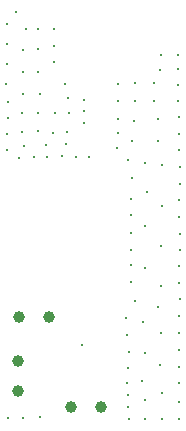
<source format=gbr>
%TF.GenerationSoftware,KiCad,Pcbnew,8.0.4*%
%TF.CreationDate,2024-09-13T17:58:36-07:00*%
%TF.ProjectId,gnss-test,676e7373-2d74-4657-9374-2e6b69636164,rev?*%
%TF.SameCoordinates,Original*%
%TF.FileFunction,Plated,1,2,PTH,Drill*%
%TF.FilePolarity,Positive*%
%FSLAX46Y46*%
G04 Gerber Fmt 4.6, Leading zero omitted, Abs format (unit mm)*
G04 Created by KiCad (PCBNEW 8.0.4) date 2024-09-13 17:58:36*
%MOMM*%
%LPD*%
G01*
G04 APERTURE LIST*
%TA.AperFunction,ViaDrill*%
%ADD10C,0.300000*%
%TD*%
%TA.AperFunction,ComponentDrill*%
%ADD11C,1.000000*%
%TD*%
G04 APERTURE END LIST*
D10*
X156660000Y-58530000D03*
X156710000Y-53430000D03*
X156710000Y-55090000D03*
X156710000Y-56810000D03*
X156720000Y-62750000D03*
X156720000Y-64130000D03*
X156770000Y-60060000D03*
X156770000Y-61370000D03*
X156800000Y-86800000D03*
X157520000Y-52410000D03*
X157730000Y-64740000D03*
X158010000Y-60940000D03*
X158010000Y-62540000D03*
X158040000Y-59320000D03*
X158070000Y-55650000D03*
X158070000Y-57490000D03*
X158120000Y-86760000D03*
X158160000Y-63730000D03*
X158310000Y-53870000D03*
X158990000Y-64680000D03*
X159320000Y-55560000D03*
X159360000Y-53840000D03*
X159360000Y-60940000D03*
X159390000Y-57490000D03*
X159390000Y-62510000D03*
X159480000Y-59320000D03*
X159480000Y-86730000D03*
X160030000Y-63700000D03*
X160120000Y-64650000D03*
X160640000Y-62630000D03*
X160670000Y-55250000D03*
X160700000Y-56600000D03*
X160730000Y-53870000D03*
X160760000Y-60940000D03*
X161410000Y-64620000D03*
X161650000Y-58500000D03*
X161740000Y-63580000D03*
X161800000Y-62570000D03*
X161870000Y-59660000D03*
X161990000Y-60980000D03*
X162570000Y-64680000D03*
X163050000Y-80580000D03*
X163210000Y-59840000D03*
X163210000Y-60820000D03*
X163210000Y-61830000D03*
X163700000Y-64710000D03*
X166060000Y-63930000D03*
X166090000Y-62680000D03*
X166110000Y-58470000D03*
X166110000Y-59920000D03*
X166110000Y-61480000D03*
X166780000Y-78340000D03*
X166900000Y-79740000D03*
X166920000Y-83780000D03*
X166930000Y-64920000D03*
X166940000Y-82570000D03*
X166940000Y-84860000D03*
X166960000Y-85860000D03*
X167050000Y-81160000D03*
X167080000Y-86860000D03*
X167240000Y-72530000D03*
X167260000Y-68210000D03*
X167260000Y-69570000D03*
X167260000Y-71150000D03*
X167260000Y-73850000D03*
X167260000Y-75280000D03*
X167290000Y-66480000D03*
X167310000Y-63330000D03*
X167490000Y-61660000D03*
X167530000Y-59940000D03*
X167590000Y-58450000D03*
X167590000Y-76840000D03*
X168190000Y-83610000D03*
X168280000Y-78630000D03*
X168370000Y-65230000D03*
X168370000Y-70510000D03*
X168370000Y-74040000D03*
X168370000Y-81270000D03*
X168410000Y-85280000D03*
X168410000Y-86840000D03*
X168540000Y-67650000D03*
X169170000Y-58450000D03*
X169210000Y-59940000D03*
X169470000Y-63330000D03*
X169510000Y-61480000D03*
X169510000Y-77390000D03*
X169690000Y-82330000D03*
X169710000Y-57300000D03*
X169730000Y-79600000D03*
X169740000Y-56070000D03*
X169780000Y-72190000D03*
X169780000Y-75580000D03*
X169810000Y-86860000D03*
X169820000Y-68840000D03*
X169870000Y-65400000D03*
X169870000Y-84660000D03*
X171220000Y-56050000D03*
X171240000Y-57200000D03*
X171240000Y-58570000D03*
X171240000Y-59980000D03*
X171290000Y-61330000D03*
X171290000Y-83850000D03*
X171290000Y-85460000D03*
X171320000Y-62700000D03*
X171320000Y-64080000D03*
X171320000Y-68340000D03*
X171320000Y-69770000D03*
X171320000Y-73900000D03*
X171320000Y-75330000D03*
X171320000Y-78160000D03*
X171320000Y-79590000D03*
X171320000Y-80990000D03*
X171320000Y-82470000D03*
X171320000Y-86840000D03*
X171340000Y-65540000D03*
X171340000Y-66940000D03*
X171340000Y-71170000D03*
X171340000Y-72530000D03*
X171340000Y-76730000D03*
D11*
%TO.C,J1*%
X157650000Y-81925000D03*
X157650000Y-84465000D03*
%TO.C,J3*%
X157735000Y-78200000D03*
X160275000Y-78200000D03*
%TO.C,J2*%
X162175000Y-85825000D03*
X164715000Y-85825000D03*
M02*

</source>
